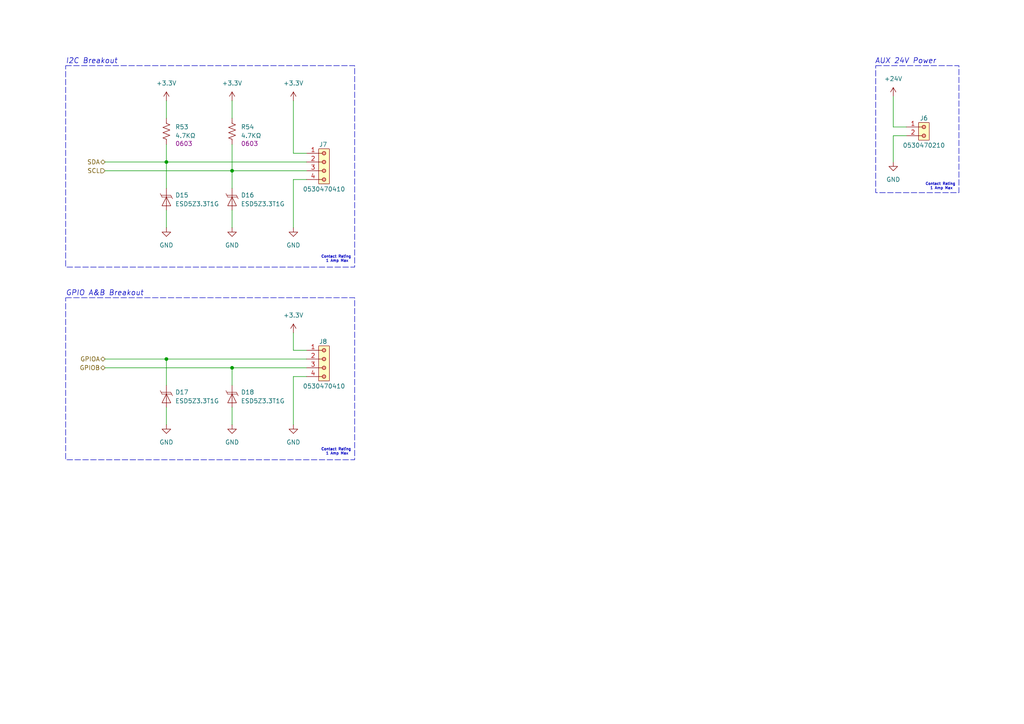
<source format=kicad_sch>
(kicad_sch (version 20250114) (generator "eeschema") (generator_version "9.0")
  (paper "A4")
  (title_block (title "Lark Print Engine") (date "2025-10-08") (rev "01.00.01") (comment 1 "Thermal Print Engine") (comment 2 "Designer: HamSlices") (comment 3 "The Lark Project"))
  (lib_symbols
    (symbol "Molex:0530470210" (pin_names (offset 1.016) (hide yes))
      (property "Reference" "J" (at -1.27 2.286 0))
      (property "Value" "0530470210" (at 0.254 -5.588 0))
      (symbol "0530470210_0_1"
        (polyline (pts (xy 0.508 0) (xy 1.27 0)))
        (polyline (pts (xy 1.27 -2.54) (xy 0.508 -2.54)))
      )
      (symbol "0530470210_1_1"
        (rectangle (start -1.524 1.27) (end 1.524 -3.81) (fill (type background)))
        (circle (center 0 0) (radius 0.508) (fill (type color) (color 255 170 149 1)))
        (circle (center 0 -2.54) (radius 0.508) (fill (type color) (color 255 169 150 1)))
        (pin passive line (at 5.08 0 180) (length 3.81) (name "Pin_1") (number "1"))
        (pin passive line (at 5.08 -2.54 180) (length 3.81) (name "Pin_2") (number "2"))
      )
    )
    (symbol "Molex:0530470410" (pin_names (offset 1.016) (hide yes))
      (property "Reference" "J" (at -1.27 2.286 0))
      (property "Value" "0530470410" (at 0.254 -10.414 0))
      (symbol "0530470410_0_1"
        (polyline (pts (xy 0.508 0) (xy 1.27 0)))
        (polyline (pts (xy 0.508 -5.08) (xy 1.27 -5.08)))
        (polyline (pts (xy 1.27 -2.54) (xy 0.508 -2.54)))
        (polyline (pts (xy 1.27 -7.62) (xy 0.508 -7.62)))
      )
      (symbol "0530470410_1_1"
        (rectangle (start -1.524 1.27) (end 1.524 -8.89) (fill (type background)))
        (circle (center 0 0) (radius 0.508) (fill (type color) (color 255 170 149 1)))
        (circle (center 0 -2.54) (radius 0.508) (fill (type color) (color 255 169 150 1)))
        (circle (center 0 -5.08) (radius 0.508) (fill (type color) (color 255 170 149 1)))
        (circle (center 0 -7.62) (radius 0.508) (fill (type color) (color 255 169 150 1)))
        (pin passive line (at 5.08 0 180) (length 3.81) (name "Pin_1") (number "1"))
        (pin passive line (at 5.08 -2.54 180) (length 3.81) (name "Pin_2") (number "2"))
        (pin passive line (at 5.08 -5.08 180) (length 3.81) (name "Pin_3") (number "3"))
        (pin passive line (at 5.08 -7.62 180) (length 3.81) (name "Pin_4") (number "4"))
      )
    )
    (symbol "Stackpole:Resistor" (pin_numbers (hide yes)) (pin_names (offset 0))
      (property "Reference" "R" (at 2.54 0 90))
      (property "Value" "Resistor" (at -2.54 0 90))
      (symbol "Resistor_0_1"
        (polyline (pts (xy 0 2.286) (xy 0 2.54)))
        (polyline (pts (xy 0 2.286) (xy 1.016 1.905) (xy 0 1.524) (xy -1.016 1.143) (xy 0 0.762)))
        (polyline (pts (xy 0 0.762) (xy 1.016 0.381) (xy 0 0) (xy -1.016 -0.381) (xy 0 -0.762)))
        (polyline (pts (xy 0 -0.762) (xy 1.016 -1.143) (xy 0 -1.524) (xy -1.016 -1.905) (xy 0 -2.286)))
        (polyline (pts (xy 0 -2.286) (xy 0 -2.54)))
      )
      (symbol "Resistor_1_1"
        (pin passive line (at 0 3.81 270) (length 1.27) (name "~") (number "1"))
        (pin passive line (at 0 -3.81 90) (length 1.27) (name "~") (number "2"))
      )
    )
    (symbol "onsemi:ESD5Z3.3T1G" (pin_numbers (hide yes)) (pin_names (offset 1.016) (hide yes))
      (property "Reference" "D" (at 0 2.54 0))
      (property "Value" "ESD5Z3.3T1G" (at 0 -3.048 0))
      (symbol "ESD5Z3.3T1G_0_1"
        (polyline (pts (xy 0 0) (xy -2.54 1.27) (xy -2.54 -1.27) (xy 0 0)))
      )
      (symbol "ESD5Z3.3T1G_1_1"
        (polyline (pts (xy -1.27 0) (xy 0 0)))
        (polyline (pts (xy 0 1.27) (xy 0 -1.524)) (stroke (width 0.127)))
        (polyline (pts (xy 0 1.27) (xy 1.016 1.778)) (stroke (width 0.127)))
        (polyline (pts (xy 0.508 1.524) (xy 0.508 -1.27)) (stroke (width 0.127)))
        (polyline (pts (xy 0.508 -1.27) (xy -0.508 -1.778)) (stroke (width 0.127)))
        (pin passive line (at -3.81 0 0) (length 2.54) (name "Anode") (number "2"))
        (pin passive line (at 2.54 0 180) (length 2.54) (name "Cathode") (number "1"))
      )
    )
    (symbol "power:+24V" (power) (pin_numbers (hide yes)) (pin_names (offset 0) (hide yes))
      (property "Value" "+24V" (at 0 3.556 0))
      (symbol "+24V_0_1"
        (polyline (pts (xy -0.762 1.27) (xy 0 2.54)))
        (polyline (pts (xy 0 2.54) (xy 0.762 1.27)))
        (polyline (pts (xy 0 0) (xy 0 2.54)))
      )
      (symbol "+24V_1_1"
        (pin power_in line (at 0 0 90) (length 0) (name "~") (number "1"))
      )
    )
    (symbol "power:+3.3V" (power) (pin_numbers (hide yes)) (pin_names (offset 0) (hide yes))
      (property "Value" "+3.3V" (at 0 3.556 0))
      (symbol "+3.3V_0_1"
        (polyline (pts (xy -0.762 1.27) (xy 0 2.54)))
        (polyline (pts (xy 0 2.54) (xy 0.762 1.27)))
        (polyline (pts (xy 0 0) (xy 0 2.54)))
      )
      (symbol "+3.3V_1_1"
        (pin power_in line (at 0 0 90) (length 0) (name "~") (number "1"))
      )
    )
    (symbol "power:GND" (power) (pin_numbers (hide yes)) (pin_names (offset 0) (hide yes))
      (property "Value" "GND" (at 0 -3.81 0))
      (symbol "GND_0_1"
        (polyline (pts (xy 0 0) (xy 0 -1.27) (xy 1.27 -1.27) (xy 0 -2.54) (xy -1.27 -1.27) (xy 0 -1.27)))
      )
      (symbol "GND_1_1"
        (pin power_in line (at 0 0 270) (length 0) (name "~") (number "1"))
      )
    )
  )
  (rectangle (start 19.05 19.05) (end 102.87 77.47) (stroke (width 0) (type dash)))
  (rectangle (start 19.05 86.36) (end 102.87 133.35) (stroke (width 0) (type dash)))
  (rectangle (start 254 19.05) (end 278.13 55.88) (stroke (width 0) (type dash)))
  (text "AUX 24V Power" (at 253.746 17.78 0) (effects (font (size 1.524 1.524) (italic yes)) (justify left)))
  (text "GPIO A&B Breakout" (at 19.05 85.09 0) (effects (font (size 1.524 1.524) (italic yes)) (justify left)))
  (text "Contact Rating \n1 Amp Max" (at 97.79 131.064 0) (effects (font (size 0.762 0.762))))
  (text "Contact Rating \n1 Amp Max" (at 273.05 54.102 0) (effects (font (size 0.762 0.762))))
  (text "Contact Rating \n1 Amp Max" (at 97.79 75.184 0) (effects (font (size 0.762 0.762))))
  (text "I2C Breakout" (at 19.05 17.78 0) (effects (font (size 1.524 1.524) (italic yes)) (justify left)))
  (junction (at 67.31 106.68))
  (junction (at 48.26 104.14))
  (junction (at 48.26 46.99))
  (junction (at 67.31 49.53))
  (wire (pts (xy 67.31 106.68) (xy 88.9 106.68)))
  (wire (pts (xy 85.09 29.21) (xy 85.09 44.45)))
  (wire (pts (xy 259.08 46.99) (xy 259.08 39.37)))
  (wire (pts (xy 48.26 60.96) (xy 48.26 66.04)))
  (wire (pts (xy 67.31 60.96) (xy 67.31 66.04)))
  (wire (pts (xy 88.9 52.07) (xy 85.09 52.07)))
  (wire (pts (xy 85.09 52.07) (xy 85.09 66.04)))
  (wire (pts (xy 88.9 109.22) (xy 85.09 109.22)))
  (wire (pts (xy 67.31 54.61) (xy 67.31 49.53)))
  (wire (pts (xy 67.31 111.76) (xy 67.31 106.68)))
  (wire (pts (xy 48.26 118.11) (xy 48.26 123.19)))
  (wire (pts (xy 85.09 96.52) (xy 85.09 101.6)))
  (wire (pts (xy 259.08 36.83) (xy 259.08 27.94)))
  (wire (pts (xy 30.48 49.53) (xy 67.31 49.53)))
  (wire (pts (xy 67.31 29.21) (xy 67.31 34.29)))
  (wire (pts (xy 48.26 46.99) (xy 48.26 54.61)))
  (wire (pts (xy 48.26 104.14) (xy 48.26 111.76)))
  (wire (pts (xy 85.09 109.22) (xy 85.09 123.19)))
  (wire (pts (xy 67.31 41.91) (xy 67.31 49.53)))
  (wire (pts (xy 48.26 41.91) (xy 48.26 46.99)))
  (wire (pts (xy 48.26 46.99) (xy 88.9 46.99)))
  (wire (pts (xy 48.26 29.21) (xy 48.26 34.29)))
  (wire (pts (xy 85.09 44.45) (xy 88.9 44.45)))
  (wire (pts (xy 67.31 49.53) (xy 88.9 49.53)))
  (wire (pts (xy 48.26 104.14) (xy 88.9 104.14)))
  (wire (pts (xy 30.48 46.99) (xy 48.26 46.99)))
  (wire (pts (xy 85.09 101.6) (xy 88.9 101.6)))
  (wire (pts (xy 259.08 39.37) (xy 262.89 39.37)))
  (wire (pts (xy 67.31 118.11) (xy 67.31 123.19)))
  (wire (pts (xy 262.89 36.83) (xy 259.08 36.83)))
  (wire (pts (xy 30.48 106.68) (xy 67.31 106.68)))
  (wire (pts (xy 30.48 104.14) (xy 48.26 104.14)))
  (hierarchical_label "SCL" (shape input) (at 30.48 49.53 180))
  (hierarchical_label "GPIOB" (shape bidirectional) (at 30.48 106.68 180))
  (hierarchical_label "SDA" (shape bidirectional) (at 30.48 46.99 180))
  (hierarchical_label "GPIOA" (shape bidirectional) (at 30.48 104.14 180))
  (symbol (lib_id "power:GND") (at 48.26 123.19 0) (unit 1)
    (property "Reference" "#PWR0153" (effects (hide yes)))
    (property "Value" "GND" (at 48.26 128.27 0))
    (property "Description" "Power symbol creates a global label with name \"GND\" , ground" (effects (hide yes)))
  )
  (symbol (lib_id "power:+3.3V") (at 85.09 96.52 0) (unit 1)
    (property "Reference" "#PWR0152" (effects (hide yes)))
    (property "Value" "+3.3V" (at 85.09 91.44 0))
    (property "Description" "Power symbol creates a global label with name \"+3.3V\"" (effects (hide yes)))
  )
  (symbol (lib_id "Molex:0530470410") (at 93.98 101.6 0) (mirror y) (unit 1)
    (property "Reference" "J8" (at 93.726 99.06 0))
    (property "Value" "0530470410" (at 93.98 112.014 0))
    (property "Footprint" "Molex:0530470410" (effects (hide yes)))
    (property "Datasheet" "https://www.molex.com/pdm_docs/sd/530470410_sd.pdf" (effects (hide yes)))
    (property "Description" "Connector Header Through Hole 4 position 0.049\" (1.25mm)" (effects (hide yes)))
    (property "MPN" "0530470410" (effects (hide yes)))
  )
  (symbol (lib_id "onsemi:ESD5Z3.3T1G") (at 48.26 57.15 90) (unit 1)
    (property "Reference" "D15" (at 50.8 56.6101 90) (effects (justify right)))
    (property "Value" "ESD5Z3.3T1G" (at 50.8 59.1501 90) (effects (justify right)))
    (property "Footprint" "onsemi:ESD5Z3.3T1G" (effects (hide yes)))
    (property "Datasheet" "https://www.onsemi.com/pdf/datasheet/esd5z2.5t1-d.pdf" (effects (hide yes)))
    (property "Description" "Bidirectional transient-voltage-suppression diode" (effects (hide yes)))
    (property "MPN" "ESD5Z3.3T1G" (effects (hide yes)))
  )
  (symbol (lib_id "onsemi:ESD5Z3.3T1G") (at 67.31 57.15 90) (unit 1)
    (property "Reference" "D16" (at 69.85 56.6101 90) (effects (justify right)))
    (property "Value" "ESD5Z3.3T1G" (at 69.85 59.1501 90) (effects (justify right)))
    (property "Footprint" "onsemi:ESD5Z3.3T1G" (effects (hide yes)))
    (property "Datasheet" "https://www.onsemi.com/pdf/datasheet/esd5z2.5t1-d.pdf" (effects (hide yes)))
    (property "Description" "Bidirectional transient-voltage-suppression diode" (effects (hide yes)))
    (property "MPN" "ESD5Z3.3T1G" (effects (hide yes)))
  )
  (symbol (lib_id "onsemi:ESD5Z3.3T1G") (at 67.31 114.3 90) (unit 1)
    (property "Reference" "D18" (at 69.85 113.7601 90) (effects (justify right)))
    (property "Value" "ESD5Z3.3T1G" (at 69.85 116.3001 90) (effects (justify right)))
    (property "Footprint" "onsemi:ESD5Z3.3T1G" (effects (hide yes)))
    (property "Datasheet" "https://www.onsemi.com/pdf/datasheet/esd5z2.5t1-d.pdf" (effects (hide yes)))
    (property "Description" "Bidirectional transient-voltage-suppression diode" (effects (hide yes)))
    (property "MPN" "ESD5Z3.3T1G" (effects (hide yes)))
  )
  (symbol (lib_id "power:GND") (at 85.09 66.04 0) (unit 1)
    (property "Reference" "#PWR0151" (effects (hide yes)))
    (property "Value" "GND" (at 85.09 71.12 0))
    (property "Description" "Power symbol creates a global label with name \"GND\" , ground" (effects (hide yes)))
  )
  (symbol (lib_id "power:GND") (at 67.31 123.19 0) (unit 1)
    (property "Reference" "#PWR0154" (effects (hide yes)))
    (property "Value" "GND" (at 67.31 128.27 0))
    (property "Description" "Power symbol creates a global label with name \"GND\" , ground" (effects (hide yes)))
  )
  (symbol (lib_id "power:+3.3V") (at 48.26 29.21 0) (unit 1)
    (property "Reference" "#PWR0145" (effects (hide yes)))
    (property "Value" "+3.3V" (at 48.26 24.13 0))
    (property "Description" "Power symbol creates a global label with name \"+3.3V\"" (effects (hide yes)))
  )
  (symbol (lib_id "onsemi:ESD5Z3.3T1G") (at 48.26 114.3 90) (unit 1)
    (property "Reference" "D17" (at 50.8 113.7601 90) (effects (justify right)))
    (property "Value" "ESD5Z3.3T1G" (at 50.8 116.3001 90) (effects (justify right)))
    (property "Footprint" "onsemi:ESD5Z3.3T1G" (effects (hide yes)))
    (property "Datasheet" "https://www.onsemi.com/pdf/datasheet/esd5z2.5t1-d.pdf" (effects (hide yes)))
    (property "Description" "Bidirectional transient-voltage-suppression diode" (effects (hide yes)))
    (property "MPN" "ESD5Z3.3T1G" (effects (hide yes)))
  )
  (symbol (lib_id "Stackpole:Resistor") (at 67.31 38.1 0) (unit 1)
    (property "Reference" "R54" (at 69.85 36.8299 0) (effects (justify left)))
    (property "Value" "4.7KΩ" (at 69.85 39.3699 0) (effects (justify left)))
    (property "Footprint" "Stackpole:R_0603" (effects (hide yes)))
    (property "Description" "Resistor, US symbol" (effects (hide yes)))
    (property "Power" "1/10W" (effects (hide yes)))
    (property "Case" "0603" (at 72.39 41.656 0))
    (property "MPN" "RMCF0603FT4K70" (effects (hide yes)))
  )
  (symbol (lib_id "Molex:0530470410") (at 93.98 44.45 0) (mirror y) (unit 1)
    (property "Reference" "J7" (at 93.726 41.91 0))
    (property "Value" "0530470410" (at 93.98 54.864 0))
    (property "Footprint" "Molex:0530470410" (effects (hide yes)))
    (property "Datasheet" "https://www.molex.com/pdm_docs/sd/530470410_sd.pdf" (effects (hide yes)))
    (property "Description" "Connector Header Through Hole 4 position 0.049\" (1.25mm)" (effects (hide yes)))
    (property "MPN" "0530470410" (effects (hide yes)))
  )
  (symbol (lib_id "Molex:0530470210") (at 267.97 36.83 0) (mirror y) (unit 1)
    (property "Reference" "J6" (at 267.97 34.29 0))
    (property "Value" "0530470210" (at 267.97 42.164 0))
    (property "Footprint" "Molex:530470210" (effects (hide yes)))
    (property "Datasheet" "https://www.molex.com/pdm_docs/sd/530470210_sd.pdf" (effects (hide yes)))
    (property "Description" "Connector Header Through Hole 2 position 0.049\" (1.25mm)" (effects (hide yes)))
    (property "MPN" "0530470210" (effects (hide yes)))
  )
  (symbol (lib_id "power:+3.3V") (at 67.31 29.21 0) (unit 1)
    (property "Reference" "#PWR0146" (effects (hide yes)))
    (property "Value" "+3.3V" (at 67.31 24.13 0))
    (property "Description" "Power symbol creates a global label with name \"+3.3V\"" (effects (hide yes)))
  )
  (symbol (lib_id "power:+3.3V") (at 85.09 29.21 0) (unit 1)
    (property "Reference" "#PWR0147" (effects (hide yes)))
    (property "Value" "+3.3V" (at 85.09 24.13 0))
    (property "Description" "Power symbol creates a global label with name \"+3.3V\"" (effects (hide yes)))
  )
  (symbol (lib_id "Stackpole:Resistor") (at 48.26 38.1 0) (unit 1)
    (property "Reference" "R53" (at 50.8 36.8299 0) (effects (justify left)))
    (property "Value" "4.7KΩ" (at 50.8 39.3699 0) (effects (justify left)))
    (property "Footprint" "Stackpole:R_0603" (effects (hide yes)))
    (property "Description" "Resistor, US symbol" (effects (hide yes)))
    (property "Power" "1/10W" (effects (hide yes)))
    (property "Case" "0603" (at 53.34 41.656 0))
    (property "MPN" "RMCF0603FT4K70" (effects (hide yes)))
  )
  (symbol (lib_id "power:GND") (at 67.31 66.04 0) (unit 1)
    (property "Reference" "#PWR0150" (effects (hide yes)))
    (property "Value" "GND" (at 67.31 71.12 0))
    (property "Description" "Power symbol creates a global label with name \"GND\" , ground" (effects (hide yes)))
  )
  (symbol (lib_id "power:+24V") (at 259.08 27.94 0) (unit 1)
    (property "Reference" "#PWR0144" (effects (hide yes)))
    (property "Value" "+24V" (at 259.08 22.86 0))
    (property "Description" "Power symbol creates a global label with name \"+24V\"" (effects (hide yes)))
  )
  (symbol (lib_id "power:GND") (at 48.26 66.04 0) (unit 1)
    (property "Reference" "#PWR0149" (effects (hide yes)))
    (property "Value" "GND" (at 48.26 71.12 0))
    (property "Description" "Power symbol creates a global label with name \"GND\" , ground" (effects (hide yes)))
  )
  (symbol (lib_id "power:GND") (at 259.08 46.99 0) (unit 1)
    (property "Reference" "#PWR0148" (effects (hide yes)))
    (property "Value" "GND" (at 259.08 52.07 0))
    (property "Description" "Power symbol creates a global label with name \"GND\" , ground" (effects (hide yes)))
  )
  (symbol (lib_id "power:GND") (at 85.09 123.19 0) (unit 1)
    (property "Reference" "#PWR0155" (effects (hide yes)))
    (property "Value" "GND" (at 85.09 128.27 0))
    (property "Description" "Power symbol creates a global label with name \"GND\" , ground" (effects (hide yes)))
  )
)
</source>
